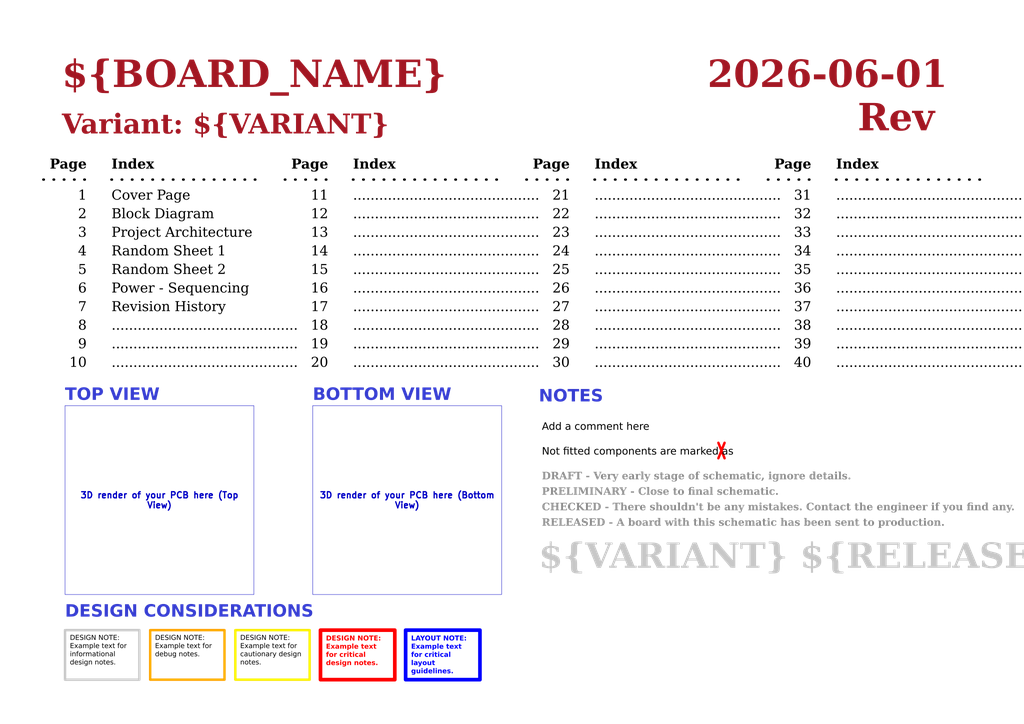
<source format=kicad_sch>
(kicad_sch
	(version 20231120)
	(generator "eeschema")
	(generator_version "8.0")
	(uuid "94066f69-0595-41b8-9210-e9d6d8b275e2")
	(paper "A3")
	(lib_symbols)
	(polyline
		(pts
			(xy 215.9 73.66) (xy 233.68 73.66)
		)
		(stroke
			(width 1)
			(type dot)
			(color 0 0 0 1)
		)
		(uuid "024689d9-b8ca-41ae-b55d-6ff207f6e101")
	)
	(polyline
		(pts
			(xy 297.18 181.61) (xy 294.64 187.96)
		)
		(stroke
			(width 1)
			(type default)
			(color 255 0 0 1)
		)
		(uuid "4ae2cac4-7676-4a8d-91c4-c6c6f4585019")
	)
	(polyline
		(pts
			(xy 45.72 73.66) (xy 106.68 73.66)
		)
		(stroke
			(width 1)
			(type dot)
			(color 0 0 0 1)
		)
		(uuid "594379bc-c052-4d2e-996b-8b5c1a0857fd")
	)
	(polyline
		(pts
			(xy 342.9 73.66) (xy 403.86 73.66)
		)
		(stroke
			(width 1)
			(type dot)
			(color 0 0 0 1)
		)
		(uuid "8ca04e4f-914f-46ae-b7bb-c241f34f0be3")
	)
	(polyline
		(pts
			(xy 243.84 73.66) (xy 304.8 73.66)
		)
		(stroke
			(width 1)
			(type dot)
			(color 0 0 0 1)
		)
		(uuid "90aedf20-3619-4eea-9142-e5201cfa9329")
	)
	(polyline
		(pts
			(xy 116.84 73.66) (xy 134.62 73.66)
		)
		(stroke
			(width 1)
			(type dot)
			(color 0 0 0 1)
		)
		(uuid "aa27a991-1dd0-4ddb-a292-69ddc074d2fe")
	)
	(polyline
		(pts
			(xy 17.78 73.66) (xy 35.56 73.66)
		)
		(stroke
			(width 1)
			(type dot)
			(color 0 0 0 1)
		)
		(uuid "aefa0f5d-e237-48a6-8d0d-7925958d23a4")
	)
	(polyline
		(pts
			(xy 294.64 181.61) (xy 297.18 187.96)
		)
		(stroke
			(width 1)
			(type default)
			(color 255 0 0 1)
		)
		(uuid "b16ef1e7-4b58-4125-810d-81e7071984f8")
	)
	(polyline
		(pts
			(xy 144.78 73.66) (xy 205.74 73.66)
		)
		(stroke
			(width 1)
			(type dot)
			(color 0 0 0 1)
		)
		(uuid "d03f8f3f-5543-483d-a054-040e77e06c0e")
	)
	(polyline
		(pts
			(xy 314.96 73.66) (xy 332.74 73.66)
		)
		(stroke
			(width 1)
			(type dot)
			(color 0 0 0 1)
		)
		(uuid "f1ab5a98-3d21-4c83-b2d8-cfe1793d64cb")
	)
	(text_box "3D render of your PCB here (Bottom View)"
		(exclude_from_sim no)
		(at 128.27 166.37 0)
		(size 77.47 77.47)
		(stroke
			(width 0)
			(type default)
		)
		(fill
			(type none)
		)
		(effects
			(font
				(size 2.54 2.54)
				(thickness 0.508)
				(bold yes)
			)
		)
		(uuid "0c38d11f-bb11-46db-a91c-ebc0b30e95f5")
	)
	(text_box "3D render of your PCB here (Top View)"
		(exclude_from_sim no)
		(at 26.67 166.37 0)
		(size 77.47 77.47)
		(stroke
			(width 0)
			(type default)
		)
		(fill
			(type none)
		)
		(effects
			(font
				(size 2.54 2.54)
				(thickness 0.508)
				(bold yes)
			)
		)
		(uuid "2d015f2a-bc39-4866-bbd9-40b03d497a26")
	)
	(text_box "Metadata can be set in File → Schematic Setup → Project → Text Variables"
		(exclude_from_sim no)
		(at 8.89 300.99 0)
		(size 119.38 6.35)
		(stroke
			(width -0.0001)
			(type default)
		)
		(fill
			(type none)
		)
		(effects
			(font
				(size 2.54 2.54)
				(thickness 0.381)
				(bold yes)
				(color 0 0 0 1)
			)
			(justify right top)
		)
		(uuid "4d4fc8f9-28d9-4b33-b78d-b00f0a2b33ca")
	)
	(text_box "DESIGN NOTE:\nExample text for informational design notes."
		(exclude_from_sim no)
		(at 26.67 258.445 0)
		(size 30.48 20.32)
		(stroke
			(width 1)
			(type solid)
			(color 200 200 200 1)
		)
		(fill
			(type none)
		)
		(effects
			(font
				(face "Arial")
				(size 2 2)
				(color 0 0 0 1)
			)
			(justify left top)
		)
		(uuid "60b6a08c-a542-468e-b79f-aa4a2aa0e9e7")
	)
	(text_box "LAYOUT NOTE:\nExample text for critical layout guidelines."
		(exclude_from_sim no)
		(at 166.37 258.445 0)
		(size 30.48 20.32)
		(stroke
			(width 1.5)
			(type solid)
			(color 0 0 255 1)
		)
		(fill
			(type none)
		)
		(effects
			(font
				(face "Arial")
				(size 2 2)
				(thickness 0.4)
				(bold yes)
				(color 0 0 255 1)
			)
			(justify left top)
		)
		(uuid "b2648603-9b19-4c01-9621-49d92c5b8a6e")
	)
	(text_box "DESIGN NOTE:\nExample text for cautionary design notes."
		(exclude_from_sim no)
		(at 96.52 258.445 0)
		(size 30.48 20.32)
		(stroke
			(width 1)
			(type solid)
			(color 250 236 0 1)
		)
		(fill
			(type none)
		)
		(effects
			(font
				(face "Arial")
				(size 2 2)
				(color 0 0 0 1)
			)
			(justify left top)
		)
		(uuid "c7ec7f64-f5b0-4d3e-9743-7d40c3e23ecf")
	)
	(text_box "DESIGN NOTE:\nExample text for debug notes."
		(exclude_from_sim no)
		(at 61.595 258.445 0)
		(size 30.48 20.32)
		(stroke
			(width 1)
			(type solid)
			(color 255 165 0 1)
		)
		(fill
			(type none)
		)
		(effects
			(font
				(face "Arial")
				(size 2 2)
				(color 0 0 0 1)
			)
			(justify left top)
		)
		(uuid "c8bf2561-6ede-45f0-9b2e-12af2dfee13b")
	)
	(text_box "DESIGN NOTE:\nExample text for critical design notes."
		(exclude_from_sim no)
		(at 131.445 258.445 0)
		(size 30.48 20.32)
		(stroke
			(width 1.5)
			(type solid)
			(color 255 0 0 1)
		)
		(fill
			(type none)
		)
		(effects
			(font
				(face "Arial")
				(size 2 2)
				(thickness 0.4)
				(bold yes)
				(color 255 0 0 1)
			)
			(justify left top)
		)
		(uuid "d03e1008-e371-461f-a9f2-320d8a2b7341")
	)
	(text "9"
		(exclude_from_sim no)
		(at 35.56 144.78 0)
		(effects
			(font
				(face "Times New Roman")
				(size 4 4)
				(color 0 0 0 1)
			)
			(justify right bottom)
			(href "#9")
		)
		(uuid "0171ecc8-df6f-418e-95ea-db73cf975716")
	)
	(text "BOTTOM VIEW"
		(exclude_from_sim no)
		(at 128.27 166.37 0)
		(effects
			(font
				(face "Arial")
				(size 5 5)
				(bold yes)
				(color 53 60 207 1)
			)
			(justify left bottom)
		)
		(uuid "041ff709-0f5e-466e-adab-d03afffd90b7")
	)
	(text "..........................................."
		(exclude_from_sim no)
		(at 243.84 99.06 0)
		(effects
			(font
				(face "Times New Roman")
				(size 4 4)
				(color 0 0 0 1)
			)
			(justify left bottom)
			(href "#23")
		)
		(uuid "0647f622-b644-4538-802a-42edf8cdccc5")
	)
	(text "13"
		(exclude_from_sim no)
		(at 134.62 99.06 0)
		(effects
			(font
				(face "Times New Roman")
				(size 4 4)
				(color 0 0 0 1)
			)
			(justify right bottom)
			(href "#13")
		)
		(uuid "09a9f005-609a-4854-9ba5-f5a5e7b8d7c7")
	)
	(text "RELEASED - A board with this schematic has been sent to production."
		(exclude_from_sim no)
		(at 222.25 217.17 0)
		(effects
			(font
				(face "Times New Roman")
				(size 3 3)
				(thickness 0.6)
				(bold yes)
				(color 140 140 140 1)
			)
			(justify left bottom)
		)
		(uuid "10cbc67f-d688-44d7-9e2b-bee41b99ad5c")
	)
	(text "Page"
		(exclude_from_sim no)
		(at 332.74 71.12 0)
		(effects
			(font
				(face "Times New Roman")
				(size 4 4)
				(bold yes)
				(color 0 0 0 1)
			)
			(justify right bottom)
		)
		(uuid "1b60c0cc-bf04-4615-8796-1ecc890b346a")
	)
	(text "TOP VIEW"
		(exclude_from_sim no)
		(at 26.67 166.37 0)
		(effects
			(font
				(face "Arial")
				(size 5 5)
				(bold yes)
				(color 53 60 207 1)
			)
			(justify left bottom)
		)
		(uuid "1c033b5c-f50d-4e0f-94c4-59e72fb244de")
	)
	(text "3"
		(exclude_from_sim no)
		(at 35.56 99.06 0)
		(effects
			(font
				(face "Times New Roman")
				(size 4 4)
				(color 0 0 0 1)
			)
			(justify right bottom)
			(href "#3")
		)
		(uuid "1dd16a1b-b3b8-42a1-b678-3a7b261e7284")
	)
	(text "38"
		(exclude_from_sim no)
		(at 332.74 137.16 0)
		(effects
			(font
				(face "Times New Roman")
				(size 4 4)
				(color 0 0 0 1)
			)
			(justify right bottom)
			(href "#38")
		)
		(uuid "2d20025d-61e4-451d-b51e-153fedc44d68")
	)
	(text "..........................................."
		(exclude_from_sim no)
		(at 45.72 152.4 0)
		(effects
			(font
				(face "Times New Roman")
				(size 4 4)
				(color 0 0 0 1)
			)
			(justify left bottom)
			(href "#10")
		)
		(uuid "2df49b6e-980f-4a01-ab23-c61ed27bd1b8")
	)
	(text "..........................................."
		(exclude_from_sim no)
		(at 45.72 144.78 0)
		(effects
			(font
				(face "Times New Roman")
				(size 4 4)
				(color 0 0 0 1)
			)
			(justify left bottom)
			(href "#9")
		)
		(uuid "319dfe95-cf7d-4b95-aa65-2f948d7bd6bc")
	)
	(text "..........................................."
		(exclude_from_sim no)
		(at 45.72 137.16 0)
		(effects
			(font
				(face "Times New Roman")
				(size 4 4)
				(color 0 0 0 1)
			)
			(justify left bottom)
			(href "#8")
		)
		(uuid "339f13bd-0896-43a1-925e-733e36e395bd")
	)
	(text "..........................................."
		(exclude_from_sim no)
		(at 144.78 121.92 0)
		(effects
			(font
				(face "Times New Roman")
				(size 4 4)
				(color 0 0 0 1)
			)
			(justify left bottom)
			(href "#16")
		)
		(uuid "34c28277-d6a5-4104-8740-b78485a8ff4c")
	)
	(text "1"
		(exclude_from_sim no)
		(at 35.56 83.82 0)
		(effects
			(font
				(face "Times New Roman")
				(size 4 4)
				(color 0 0 0 1)
			)
			(justify right bottom)
			(href "#1")
		)
		(uuid "3691ab49-6c05-4886-869a-12221f52fdee")
	)
	(text "Not fitted components are marked as"
		(exclude_from_sim no)
		(at 222.25 187.96 0)
		(effects
			(font
				(face "Arial")
				(size 3 3)
				(color 0 0 0 1)
			)
			(justify left bottom)
		)
		(uuid "3e121d9b-11e9-4895-9779-ade93d5b2a88")
	)
	(text "..........................................."
		(exclude_from_sim no)
		(at 243.84 152.4 0)
		(effects
			(font
				(face "Times New Roman")
				(size 4 4)
				(color 0 0 0 1)
			)
			(justify left bottom)
			(href "#30")
		)
		(uuid "41bb0f90-1135-4d50-9d44-9fb04444ecf6")
	)
	(text "Index"
		(exclude_from_sim no)
		(at 45.72 71.12 0)
		(effects
			(font
				(face "Times New Roman")
				(size 4 4)
				(bold yes)
				(color 0 0 0 1)
			)
			(justify left bottom)
		)
		(uuid "44841f0e-187c-41b9-a570-9f74973319c9")
	)
	(text "..........................................."
		(exclude_from_sim no)
		(at 144.78 99.06 0)
		(effects
			(font
				(face "Times New Roman")
				(size 4 4)
				(color 0 0 0 1)
			)
			(justify left bottom)
			(href "#13")
		)
		(uuid "461ef4aa-5f24-4935-a427-92bbc78a05f3")
	)
	(text "Index"
		(exclude_from_sim no)
		(at 144.78 71.12 0)
		(effects
			(font
				(face "Times New Roman")
				(size 4 4)
				(bold yes)
				(color 0 0 0 1)
			)
			(justify left bottom)
		)
		(uuid "4773b195-e777-483d-bd5a-5b18be14b485")
	)
	(text "27"
		(exclude_from_sim no)
		(at 233.68 129.54 0)
		(effects
			(font
				(face "Times New Roman")
				(size 4 4)
				(color 0 0 0 1)
			)
			(justify right bottom)
			(href "#27")
		)
		(uuid "47e5ef3a-a936-4417-8e04-a70df1a04676")
	)
	(text "15"
		(exclude_from_sim no)
		(at 134.62 114.3 0)
		(effects
			(font
				(face "Times New Roman")
				(size 4 4)
				(color 0 0 0 1)
			)
			(justify right bottom)
			(href "#15")
		)
		(uuid "48cae9b2-9935-4ee2-a962-685c04325434")
	)
	(text "6"
		(exclude_from_sim no)
		(at 35.56 121.92 0)
		(effects
			(font
				(face "Times New Roman")
				(size 4 4)
				(color 0 0 0 1)
			)
			(justify right bottom)
			(href "#6")
		)
		(uuid "4aa9b67c-c657-48d1-abb0-497faf20008a")
	)
	(text "PRELIMINARY - Close to final schematic."
		(exclude_from_sim no)
		(at 222.25 204.47 0)
		(effects
			(font
				(face "Times New Roman")
				(size 3 3)
				(thickness 0.6)
				(bold yes)
				(color 140 140 140 1)
			)
			(justify left bottom)
		)
		(uuid "4b75d6be-e2b4-4862-a5fd-f3239bff6734")
	)
	(text "24"
		(exclude_from_sim no)
		(at 233.68 106.68 0)
		(effects
			(font
				(face "Times New Roman")
				(size 4 4)
				(color 0 0 0 1)
			)
			(justify right bottom)
			(href "#24")
		)
		(uuid "4d10b8f7-ee9d-4539-987e-2871a213b2d6")
	)
	(text "${VARIANT} ${RELEASE_DATE}"
		(exclude_from_sim no)
		(at 220.98 237.49 0)
		(effects
			(font
				(face "Times New Roman")
				(size 10.16 10.16)
				(thickness 0.6)
				(bold yes)
				(color 200 200 200 1)
			)
			(justify left bottom)
		)
		(uuid "4f144e11-d681-45f3-b92d-dea6c28023e4")
	)
	(text "Page"
		(exclude_from_sim no)
		(at 35.56 71.12 0)
		(effects
			(font
				(face "Times New Roman")
				(size 4 4)
				(bold yes)
				(color 0 0 0 1)
			)
			(justify right bottom)
		)
		(uuid "5216de6a-28ab-4e49-a422-9fd32d8fed67")
	)
	(text "Random Sheet 1"
		(exclude_from_sim no)
		(at 45.72 106.68 0)
		(effects
			(font
				(face "Times New Roman")
				(size 4 4)
				(color 0 0 0 1)
			)
			(justify left bottom)
			(href "#4")
		)
		(uuid "547bb3ec-bec4-4b68-a38e-2ac56be29bd3")
	)
	(text "..........................................."
		(exclude_from_sim no)
		(at 243.84 129.54 0)
		(effects
			(font
				(face "Times New Roman")
				(size 4 4)
				(color 0 0 0 1)
			)
			(justify left bottom)
			(href "#27")
		)
		(uuid "598c6218-39d7-40a8-878a-842531c6a754")
	)
	(text "8"
		(exclude_from_sim no)
		(at 35.56 137.16 0)
		(effects
			(font
				(face "Times New Roman")
				(size 4 4)
				(color 0 0 0 1)
			)
			(justify right bottom)
			(href "#8")
		)
		(uuid "5dd35c87-2aeb-4c16-ab79-fbda71c4347a")
	)
	(text "14"
		(exclude_from_sim no)
		(at 134.62 106.68 0)
		(effects
			(font
				(face "Times New Roman")
				(size 4 4)
				(color 0 0 0 1)
			)
			(justify right bottom)
			(href "#14")
		)
		(uuid "5e529423-56be-4ad0-9794-38b960fa0634")
	)
	(text "..........................................."
		(exclude_from_sim no)
		(at 342.9 137.16 0)
		(effects
			(font
				(face "Times New Roman")
				(size 4 4)
				(color 0 0 0 1)
			)
			(justify left bottom)
			(href "#38")
		)
		(uuid "5ec61f31-3c66-4623-97e5-d26d3b9bb1be")
	)
	(text "..........................................."
		(exclude_from_sim no)
		(at 342.9 152.4 0)
		(effects
			(font
				(face "Times New Roman")
				(size 4 4)
				(color 0 0 0 1)
			)
			(justify left bottom)
			(href "#40")
		)
		(uuid "65f25bf1-cc7d-4807-9afa-0a0ac612f9b3")
	)
	(text "23"
		(exclude_from_sim no)
		(at 233.68 99.06 0)
		(effects
			(font
				(face "Times New Roman")
				(size 4 4)
				(color 0 0 0 1)
			)
			(justify right bottom)
			(href "#23")
		)
		(uuid "68aaa364-f788-45fb-b731-7b1eda7a6c6c")
	)
	(text "Index"
		(exclude_from_sim no)
		(at 243.84 71.12 0)
		(effects
			(font
				(face "Times New Roman")
				(size 4 4)
				(bold yes)
				(color 0 0 0 1)
			)
			(justify left bottom)
		)
		(uuid "6eee427d-5608-4f64-99d8-6d8e4391a6b0")
	)
	(text "..........................................."
		(exclude_from_sim no)
		(at 342.9 91.44 0)
		(effects
			(font
				(face "Times New Roman")
				(size 4 4)
				(color 0 0 0 1)
			)
			(justify left bottom)
			(href "#32")
		)
		(uuid "71058a62-023a-4e0a-b0c4-c0fb8bf95cc8")
	)
	(text "5"
		(exclude_from_sim no)
		(at 35.56 114.3 0)
		(effects
			(font
				(face "Times New Roman")
				(size 4 4)
				(color 0 0 0 1)
			)
			(justify right bottom)
			(href "#5")
		)
		(uuid "718e4830-a352-43f0-b9c5-1495032b5970")
	)
	(text "${CURRENT_DATE}"
		(exclude_from_sim no)
		(at 388.62 40.64 0)
		(effects
			(font
				(face "Times New Roman")
				(size 11 11)
				(thickness 1)
				(bold yes)
				(color 162 22 34 1)
			)
			(justify right bottom)
		)
		(uuid "752b8016-2b6c-433a-9e5a-755eac1f800d")
	)
	(text "26"
		(exclude_from_sim no)
		(at 233.68 121.92 0)
		(effects
			(font
				(face "Times New Roman")
				(size 4 4)
				(color 0 0 0 1)
			)
			(justify right bottom)
			(href "#26")
		)
		(uuid "78da4ba2-8c96-4e51-9a03-b14367dceea0")
	)
	(text "16"
		(exclude_from_sim no)
		(at 134.62 121.92 0)
		(effects
			(font
				(face "Times New Roman")
				(size 4 4)
				(color 0 0 0 1)
			)
			(justify right bottom)
			(href "#16")
		)
		(uuid "7a577aea-9c53-4431-8f38-6cd521e907d0")
	)
	(text "10"
		(exclude_from_sim no)
		(at 35.56 152.4 0)
		(effects
			(font
				(face "Times New Roman")
				(size 4 4)
				(color 0 0 0 1)
			)
			(justify right bottom)
			(href "#10")
		)
		(uuid "7caa34f0-df91-4ed4-bb8e-ff81315f8c93")
	)
	(text "35"
		(exclude_from_sim no)
		(at 332.74 114.3 0)
		(effects
			(font
				(face "Times New Roman")
				(size 4 4)
				(color 0 0 0 1)
			)
			(justify right bottom)
			(href "#35")
		)
		(uuid "7d4a16f6-fc91-424a-bffd-707dc25afa40")
	)
	(text "18"
		(exclude_from_sim no)
		(at 134.62 137.16 0)
		(effects
			(font
				(face "Times New Roman")
				(size 4 4)
				(color 0 0 0 1)
			)
			(justify right bottom)
			(href "#18")
		)
		(uuid "7d4de17d-b484-45d2-95af-1050fc297950")
	)
	(text "33"
		(exclude_from_sim no)
		(at 332.74 99.06 0)
		(effects
			(font
				(face "Times New Roman")
				(size 4 4)
				(color 0 0 0 1)
			)
			(justify right bottom)
			(href "#33")
		)
		(uuid "7fd97343-03c5-4f22-a59e-bc2d9fd9af23")
	)
	(text "Variant: ${VARIANT}"
		(exclude_from_sim no)
		(at 25.4 58.42 0)
		(effects
			(font
				(face "Times New Roman")
				(size 8 8)
				(thickness 1)
				(bold yes)
				(color 162 22 34 1)
			)
			(justify left bottom)
		)
		(uuid "832c6231-94ea-4718-8f70-96006b71efdf")
	)
	(text "4"
		(exclude_from_sim no)
		(at 35.56 106.68 0)
		(effects
			(font
				(face "Times New Roman")
				(size 4 4)
				(color 0 0 0 1)
			)
			(justify right bottom)
			(href "#4")
		)
		(uuid "8d802a1e-8c90-4592-9cec-00ce1173b8bd")
	)
	(text "11"
		(exclude_from_sim no)
		(at 134.62 83.82 0)
		(effects
			(font
				(face "Times New Roman")
				(size 4 4)
				(color 0 0 0 1)
			)
			(justify right bottom)
			(href "#11")
		)
		(uuid "8d827c06-285c-46bc-8024-d46f4098d9e5")
	)
	(text "Rev ${REVISION}"
		(exclude_from_sim no)
		(at 388.62 58.42 0)
		(effects
			(font
				(face "Times New Roman")
				(size 11 11)
				(thickness 1)
				(bold yes)
				(color 162 22 34 1)
			)
			(justify right bottom)
		)
		(uuid "9008c96f-82fa-4b3f-88a3-9ae35f59090b")
	)
	(text "..........................................."
		(exclude_from_sim no)
		(at 243.84 106.68 0)
		(effects
			(font
				(face "Times New Roman")
				(size 4 4)
				(color 0 0 0 1)
			)
			(justify left bottom)
			(href "#24")
		)
		(uuid "91ef4a1a-faaf-4d16-b090-6e6451092c3a")
	)
	(text "28"
		(exclude_from_sim no)
		(at 233.68 137.16 0)
		(effects
			(font
				(face "Times New Roman")
				(size 4 4)
				(color 0 0 0 1)
			)
			(justify right bottom)
			(href "#28")
		)
		(uuid "9310b062-10e2-49af-a22c-1c9854a7f3f0")
	)
	(text "..........................................."
		(exclude_from_sim no)
		(at 243.84 144.78 0)
		(effects
			(font
				(face "Times New Roman")
				(size 4 4)
				(color 0 0 0 1)
			)
			(justify left bottom)
			(href "#29")
		)
		(uuid "93713c73-3aba-4b0b-9f3c-b37ab3721f94")
	)
	(text "..........................................."
		(exclude_from_sim no)
		(at 243.84 91.44 0)
		(effects
			(font
				(face "Times New Roman")
				(size 4 4)
				(color 0 0 0 1)
			)
			(justify left bottom)
			(href "#22")
		)
		(uuid "93b242cb-0b6a-48cc-a920-659ba5a2d4b9")
	)
	(text "..........................................."
		(exclude_from_sim no)
		(at 342.9 144.78 0)
		(effects
			(font
				(face "Times New Roman")
				(size 4 4)
				(color 0 0 0 1)
			)
			(justify left bottom)
			(href "#39")
		)
		(uuid "9413d17b-fd74-4a56-8014-ec2904184d8a")
	)
	(text "Random Sheet 2"
		(exclude_from_sim no)
		(at 45.72 114.3 0)
		(effects
			(font
				(face "Times New Roman")
				(size 4 4)
				(color 0 0 0 1)
			)
			(justify left bottom)
			(href "#5")
		)
		(uuid "9413d28a-c2b4-4d73-ae2d-68b4717d1b67")
	)
	(text "Page"
		(exclude_from_sim no)
		(at 233.68 71.12 0)
		(effects
			(font
				(face "Times New Roman")
				(size 4 4)
				(bold yes)
				(color 0 0 0 1)
			)
			(justify right bottom)
		)
		(uuid "959ea2a5-595d-4c64-a44e-f0c1c6497852")
	)
	(text "..........................................."
		(exclude_from_sim no)
		(at 144.78 144.78 0)
		(effects
			(font
				(face "Times New Roman")
				(size 4 4)
				(color 0 0 0 1)
			)
			(justify left bottom)
			(href "#19")
		)
		(uuid "9d747571-2a3a-41dd-b7ab-0c07afaa5df1")
	)
	(text "..........................................."
		(exclude_from_sim no)
		(at 144.78 83.82 0)
		(effects
			(font
				(face "Times New Roman")
				(size 4 4)
				(color 0 0 0 1)
			)
			(justify left bottom)
			(href "#11")
		)
		(uuid "9e3e9ac8-468f-4f09-9650-682992859fd0")
	)
	(text "..........................................."
		(exclude_from_sim no)
		(at 144.78 129.54 0)
		(effects
			(font
				(face "Times New Roman")
				(size 4 4)
				(color 0 0 0 1)
			)
			(justify left bottom)
			(href "#17")
		)
		(uuid "a2bb1bed-8e4e-4038-8b4e-99f9457f4c30")
	)
	(text "31"
		(exclude_from_sim no)
		(at 332.74 83.82 0)
		(effects
			(font
				(face "Times New Roman")
				(size 4 4)
				(color 0 0 0 1)
			)
			(justify right bottom)
			(href "#31")
		)
		(uuid "a8eb70a2-f43e-480c-afdf-7e91507527a7")
	)
	(text "36"
		(exclude_from_sim no)
		(at 332.74 121.92 0)
		(effects
			(font
				(face "Times New Roman")
				(size 4 4)
				(color 0 0 0 1)
			)
			(justify right bottom)
			(href "#36")
		)
		(uuid "a95a57c3-0ec4-4b96-8edf-d46ee18a4a8e")
	)
	(text "..........................................."
		(exclude_from_sim no)
		(at 243.84 137.16 0)
		(effects
			(font
				(face "Times New Roman")
				(size 4 4)
				(color 0 0 0 1)
			)
			(justify left bottom)
			(href "#28")
		)
		(uuid "ad40278e-f3e6-4c25-8fa4-1f4e3918f822")
	)
	(text "22"
		(exclude_from_sim no)
		(at 233.68 91.44 0)
		(effects
			(font
				(face "Times New Roman")
				(size 4 4)
				(color 0 0 0 1)
			)
			(justify right bottom)
			(href "#22")
		)
		(uuid "ada746a9-1ac8-4ba5-b1f0-e040d6c0fa14")
	)
	(text "..........................................."
		(exclude_from_sim no)
		(at 144.78 114.3 0)
		(effects
			(font
				(face "Times New Roman")
				(size 4 4)
				(color 0 0 0 1)
			)
			(justify left bottom)
			(href "#15")
		)
		(uuid "ae6c0242-f9a8-4717-86dd-2d27e5dc9018")
	)
	(text "..........................................."
		(exclude_from_sim no)
		(at 342.9 83.82 0)
		(effects
			(font
				(face "Times New Roman")
				(size 4 4)
				(color 0 0 0 1)
			)
			(justify left bottom)
			(href "#31")
		)
		(uuid "b39085c9-1ebe-4dab-a6c1-54ab08707fbf")
	)
	(text "25"
		(exclude_from_sim no)
		(at 233.68 114.3 0)
		(effects
			(font
				(face "Times New Roman")
				(size 4 4)
				(color 0 0 0 1)
			)
			(justify right bottom)
			(href "#25")
		)
		(uuid "b3f10ccd-dd30-4e1a-9a39-191e590211cc")
	)
	(text "${BOARD_NAME}"
		(exclude_from_sim no)
		(at 25.4 40.64 0)
		(effects
			(font
				(face "Times New Roman")
				(size 11 11)
				(thickness 1)
				(bold yes)
				(color 162 22 34 1)
			)
			(justify left bottom)
		)
		(uuid "b5491481-138f-4748-8f60-dc51e3284b98")
	)
	(text "..........................................."
		(exclude_from_sim no)
		(at 243.84 121.92 0)
		(effects
			(font
				(face "Times New Roman")
				(size 4 4)
				(color 0 0 0 1)
			)
			(justify left bottom)
			(href "#26")
		)
		(uuid "b55022f1-bde3-45d1-ab63-474a18aef763")
	)
	(text "..........................................."
		(exclude_from_sim no)
		(at 342.9 106.68 0)
		(effects
			(font
				(face "Times New Roman")
				(size 4 4)
				(color 0 0 0 1)
			)
			(justify left bottom)
			(href "#34")
		)
		(uuid "b5c8bc07-6a7e-4ec3-955b-9e6a13622c4e")
	)
	(text "37"
		(exclude_from_sim no)
		(at 332.74 129.54 0)
		(effects
			(font
				(face "Times New Roman")
				(size 4 4)
				(color 0 0 0 1)
			)
			(justify right bottom)
			(href "#37")
		)
		(uuid "baff535e-40df-4979-8ad1-9d6e8282e1a0")
	)
	(text "Page"
		(exclude_from_sim no)
		(at 134.62 71.12 0)
		(effects
			(font
				(face "Times New Roman")
				(size 4 4)
				(bold yes)
				(color 0 0 0 1)
			)
			(justify right bottom)
		)
		(uuid "beb5ee3d-ad62-4c0c-ab18-390f8e3c78c4")
	)
	(text "DRAFT - Very early stage of schematic, ignore details."
		(exclude_from_sim no)
		(at 222.25 198.12 0)
		(effects
			(font
				(face "Times New Roman")
				(size 3 3)
				(thickness 0.6)
				(bold yes)
				(color 140 140 140 1)
			)
			(justify left bottom)
		)
		(uuid "c1828499-d221-4dc2-9c7b-c9d850654d5e")
	)
	(text "..........................................."
		(exclude_from_sim no)
		(at 144.78 106.68 0)
		(effects
			(font
				(face "Times New Roman")
				(size 4 4)
				(color 0 0 0 1)
			)
			(justify left bottom)
			(href "#14")
		)
		(uuid "c492727f-a5a2-4efb-9f13-b55fb4c5125a")
	)
	(text "Index"
		(exclude_from_sim no)
		(at 342.9 71.12 0)
		(effects
			(font
				(face "Times New Roman")
				(size 4 4)
				(bold yes)
				(color 0 0 0 1)
			)
			(justify left bottom)
		)
		(uuid "c52bc9e5-2c42-41e6-ae08-fabef868928a")
	)
	(text "Power - Sequencing"
		(exclude_from_sim no)
		(at 45.72 121.92 0)
		(effects
			(font
				(face "Times New Roman")
				(size 4 4)
				(color 0 0 0 1)
			)
			(justify left bottom)
			(href "#6")
		)
		(uuid "c787ff5d-5d58-4a12-8967-dc99673505b9")
	)
	(text "..........................................."
		(exclude_from_sim no)
		(at 342.9 121.92 0)
		(effects
			(font
				(face "Times New Roman")
				(size 4 4)
				(color 0 0 0 1)
			)
			(justify left bottom)
			(href "#36")
		)
		(uuid "c8a13f8e-6347-4971-97e9-3bbacc8fb0b5")
	)
	(text "..........................................."
		(exclude_from_sim no)
		(at 342.9 114.3 0)
		(effects
			(font
				(face "Times New Roman")
				(size 4 4)
				(color 0 0 0 1)
			)
			(justify left bottom)
			(href "#35")
		)
		(uuid "c932f64b-e011-46ca-8efc-bb2f186e8b13")
	)
	(text "Block Diagram"
		(exclude_from_sim no)
		(at 45.72 91.44 0)
		(effects
			(font
				(face "Times New Roman")
				(size 4 4)
				(color 0 0 0 1)
			)
			(justify left bottom)
			(href "#2")
		)
		(uuid "caeb7f52-f34e-4432-b129-9207069a1ad5")
	)
	(text "19"
		(exclude_from_sim no)
		(at 134.62 144.78 0)
		(effects
			(font
				(face "Times New Roman")
				(size 4 4)
				(color 0 0 0 1)
			)
			(justify right bottom)
			(href "#19")
		)
		(uuid "cbf7eaea-8009-4ccd-9079-9d687b9a3603")
	)
	(text "30"
		(exclude_from_sim no)
		(at 233.68 152.4 0)
		(effects
			(font
				(face "Times New Roman")
				(size 4 4)
				(color 0 0 0 1)
			)
			(justify right bottom)
			(href "#30")
		)
		(uuid "cea38a57-40f7-465f-b054-ff626e3218d0")
	)
	(text "7"
		(exclude_from_sim no)
		(at 35.56 129.54 0)
		(effects
			(font
				(face "Times New Roman")
				(size 4 4)
				(color 0 0 0 1)
			)
			(justify right bottom)
			(href "#7")
		)
		(uuid "cf9779c0-4a62-4a6f-9127-07f6919e9e8d")
	)
	(text "..........................................."
		(exclude_from_sim no)
		(at 243.84 114.3 0)
		(effects
			(font
				(face "Times New Roman")
				(size 4 4)
				(color 0 0 0 1)
			)
			(justify left bottom)
			(href "#25")
		)
		(uuid "d06fb69a-43a5-466c-8174-3edde239a7c0")
	)
	(text "12"
		(exclude_from_sim no)
		(at 134.62 91.44 0)
		(effects
			(font
				(face "Times New Roman")
				(size 4 4)
				(color 0 0 0 1)
			)
			(justify right bottom)
			(href "#12")
		)
		(uuid "d450aa41-7115-44ab-9cc7-2fa118545b00")
	)
	(text "21"
		(exclude_from_sim no)
		(at 233.68 83.82 0)
		(effects
			(font
				(face "Times New Roman")
				(size 4 4)
				(color 0 0 0 1)
			)
			(justify right bottom)
			(href "#21")
		)
		(uuid "d7ac5948-93ba-4038-95c3-cb73c27df74a")
	)
	(text "Add a comment here"
		(exclude_from_sim no)
		(at 222.25 177.8 0)
		(effects
			(font
				(face "Arial")
				(size 3 3)
				(color 0 0 0 1)
			)
			(justify left bottom)
		)
		(uuid "d8d8425a-4141-4ddb-8e75-262db2d23ce8")
	)
	(text "2"
		(exclude_from_sim no)
		(at 35.56 91.44 0)
		(effects
			(font
				(face "Times New Roman")
				(size 4 4)
				(color 0 0 0 1)
			)
			(justify right bottom)
			(href "#2")
		)
		(uuid "dca5e168-6a76-4eb2-b335-e6c030ded824")
	)
	(text "39"
		(exclude_from_sim no)
		(at 332.74 144.78 0)
		(effects
			(font
				(face "Times New Roman")
				(size 4 4)
				(color 0 0 0 1)
			)
			(justify right bottom)
			(href "#39")
		)
		(uuid "e216870b-45fe-49b3-8e55-d9668eb9df44")
	)
	(text "..........................................."
		(exclude_from_sim no)
		(at 144.78 137.16 0)
		(effects
			(font
				(face "Times New Roman")
				(size 4 4)
				(color 0 0 0 1)
			)
			(justify left bottom)
			(href "#18")
		)
		(uuid "e518f3ad-92c7-4755-8883-22916bfc7d1f")
	)
	(text "..........................................."
		(exclude_from_sim no)
		(at 342.9 99.06 0)
		(effects
			(font
				(face "Times New Roman")
				(size 4 4)
				(color 0 0 0 1)
			)
			(justify left bottom)
			(href "#33")
		)
		(uuid "e5564811-ffd2-4bd9-9644-ff1dc80ebf87")
	)
	(text "..........................................."
		(exclude_from_sim no)
		(at 144.78 152.4 0)
		(effects
			(font
				(face "Times New Roman")
				(size 4 4)
				(color 0 0 0 1)
			)
			(justify left bottom)
			(href "#20")
		)
		(uuid "e58de9a8-7551-4002-91cc-eb758bb6876c")
	)
	(text "34"
		(exclude_from_sim no)
		(at 332.74 106.68 0)
		(effects
			(font
				(face "Times New Roman")
				(size 4 4)
				(color 0 0 0 1)
			)
			(justify right bottom)
			(href "#34")
		)
		(uuid "e60ef77b-a7db-4a46-901f-5793e4acc58b")
	)
	(text "29"
		(exclude_from_sim no)
		(at 233.68 144.78 0)
		(effects
			(font
				(face "Times New Roman")
				(size 4 4)
				(color 0 0 0 1)
			)
			(justify right bottom)
			(href "#29")
		)
		(uuid "e83f0c3e-ac1d-4432-a8de-ba5a2be8aa4a")
	)
	(text "Cover Page"
		(exclude_from_sim no)
		(at 45.72 83.82 0)
		(effects
			(font
				(face "Times New Roman")
				(size 4 4)
				(color 0 0 0 1)
			)
			(justify left bottom)
			(href "#1")
		)
		(uuid "e9964413-67ff-4f53-b58c-608277db6779")
	)
	(text "NOTES"
		(exclude_from_sim no)
		(at 220.98 167.005 0)
		(effects
			(font
				(face "Arial")
				(size 5 5)
				(bold yes)
				(color 53 60 207 1)
			)
			(justify left bottom)
		)
		(uuid "ecd14d51-7267-460d-9460-6bae137b0c37")
	)
	(text "..........................................."
		(exclude_from_sim no)
		(at 144.78 91.44 0)
		(effects
			(font
				(face "Times New Roman")
				(size 4 4)
				(color 0 0 0 1)
			)
			(justify left bottom)
			(href "#12")
		)
		(uuid "ecd5e3bc-c1c8-4595-a242-64b07df33fd4")
	)
	(text "Project Architecture"
		(exclude_from_sim no)
		(at 45.72 99.06 0)
		(effects
			(font
				(face "Times New Roman")
				(size 4 4)
				(color 0 0 0 1)
			)
			(justify left bottom)
			(href "#3")
		)
		(uuid "ed9f4e44-7881-47b3-83af-17eb3de0e161")
	)
	(text "CHECKED - There shouldn't be any mistakes. Contact the engineer if you find any."
		(exclude_from_sim no)
		(at 222.25 210.82 0)
		(effects
			(font
				(face "Times New Roman")
				(size 3 3)
				(thickness 0.6)
				(bold yes)
				(color 140 140 140 1)
			)
			(justify left bottom)
		)
		(uuid "ee4bfbd2-ceac-40c9-847b-b15b18b07c08")
	)
	(text "..........................................."
		(exclude_from_sim no)
		(at 243.84 83.82 0)
		(effects
			(font
				(face "Times New Roman")
				(size 4 4)
				(color 0 0 0 1)
			)
			(justify left bottom)
			(href "#21")
		)
		(uuid "f14c049f-0636-49aa-a70f-0262bf1a57bc")
	)
	(text "20"
		(exclude_from_sim no)
		(at 134.62 152.4 0)
		(effects
			(font
				(face "Times New Roman")
				(size 4 4)
				(color 0 0 0 1)
			)
			(justify right bottom)
			(href "#20")
		)
		(uuid "f17fa600-4ea0-4482-a965-d781b27fd052")
	)
	(text "32"
		(exclude_from_sim no)
		(at 332.74 91.44 0)
		(effects
			(font
				(face "Times New Roman")
				(size 4 4)
				(color 0 0 0 1)
			)
			(justify right bottom)
			(href "#32")
		)
		(uuid "f7f416e4-86a9-4d8f-ac0d-80443c165632")
	)
	(text "..........................................."
		(exclude_from_sim no)
		(at 342.9 129.54 0)
		(effects
			(font
				(face "Times New Roman")
				(size 4 4)
				(color 0 0 0 1)
			)
			(justify left bottom)
			(href "#37")
		)
		(uuid "f8fd86d8-ca92-4fd2-9536-487e6832d844")
	)
	(text "DESIGN CONSIDERATIONS"
		(exclude_from_sim no)
		(at 26.67 255.27 0)
		(effects
			(font
				(face "Arial")
				(size 5 5)
				(bold yes)
				(color 53 60 207 1)
			)
			(justify left bottom)
		)
		(uuid "fb09f930-25b6-4039-89ae-42d9d443b49d")
	)
	(text "40"
		(exclude_from_sim no)
		(at 332.74 152.4 0)
		(effects
			(font
				(face "Times New Roman")
				(size 4 4)
				(color 0 0 0 1)
			)
			(justify right bottom)
			(href "#40")
		)
		(uuid "fe1f4464-8466-41a3-95c1-bacdc38614fb")
	)
	(text "Revision History"
		(exclude_from_sim no)
		(at 45.72 129.54 0)
		(effects
			(font
				(face "Times New Roman")
				(size 4 4)
				(color 0 0 0 1)
			)
			(justify left bottom)
			(href "#7")
		)
		(uuid "ff95cd70-408a-4656-b808-dabd546affbd")
	)
	(text "17"
		(exclude_from_sim no)
		(at 134.62 129.54 0)
		(effects
			(font
				(face "Times New Roman")
				(size 4 4)
				(color 0 0 0 1)
			)
			(justify right bottom)
			(href "#17")
		)
		(uuid "ffcd9e5c-5c93-423a-9ccc-e0af67821852")
	)
	(sheet
		(at 299.72 302.26)
		(size 35.56 5.08)
		(stroke
			(width 0.1524)
			(type solid)
		)
		(fill
			(color 0 0 0 0.0000)
		)
		(uuid "de68a101-7eef-4ba8-abb4-14d03adb087f")
		(property "Sheetname" "Block Diagram"
			(at 299.72 301.2309 0)
			(effects
				(font
					(face "Times New Roman")
					(size 1.905 1.905)
					(bold yes)
					(color 0 0 0 1)
				)
				(justify left bottom)
			)
		)
		(property "Sheetfile" "Block Diagram.kicad_sch"
			(at 300.99 303.53 0)
			(effects
				(font
					(face "Arial")
					(size 1.27 1.27)
				)
				(justify left top)
			)
		)
		(instances
			(project "KDT_Hierarchical"
				(path "/0650c7a8-acba-429c-9f8e-eec0baf0bc1c"
					(page "2")
				)
			)
		)
	)
	(sheet_instances
		(path "/"
			(page "1")
		)
	)
)

</source>
